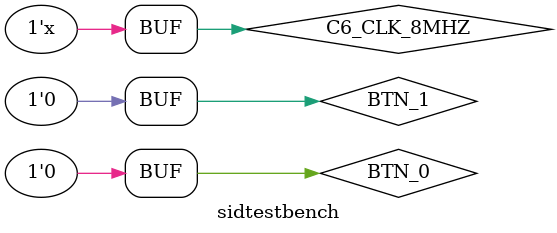
<source format=v>
`timescale 1ns / 1ps


module sidtestbench;

	// Inputs
	reg C6_CLK_8MHZ;
	reg BTN_0;
	reg BTN_1;

	// Outputs
	wire [7:0] SID_DATA;
	wire [4:0] SID_ADDR;
	wire SID_NOTRES;
	wire SID_CLK;
	wire SID_NOTCS;
	wire [3:0] C6_LED;
	wire PWM_OUT;
	
	// Instantiate the Unit Under Test (UUT)
	sidtest_top uut (
		.C6_CLK_8MHZ(C6_CLK_8MHZ), 
		.BTN_0(BTN_0), 
		.BTN_1(BTN_1), 
		.SID_DATA(SID_DATA), 
		.SID_ADDR(SID_ADDR), 
		.SID_NOTRES(SID_NOTRES), 
		.SID_CLK(SID_CLK), 
		.SID_NOTCS(SID_NOTCS), 
		.C6_LED(C6_LED),
		.PWM_OUT(PWM_OUT)
	);

	initial begin

		// Wait 10 sid cycles for global reset to finish
		C6_CLK_8MHZ = 0;
		BTN_0 = 0;
		BTN_1 = 0;

		// Initialize Inputs
		#2000;
		BTN_0 = 1;

		// Wait 10 sid cycles for global reset to finish
		#10000;
		BTN_0 = 0;
        
		// Add stimulus here

	end
      
	always #125 C6_CLK_8MHZ = ~C6_CLK_8MHZ;

endmodule


</source>
